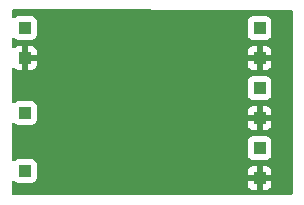
<source format=gbr>
%TF.GenerationSoftware,KiCad,Pcbnew,(6.0.1)*%
%TF.CreationDate,2022-02-22T12:17:33-04:00*%
%TF.ProjectId,Retro Video Amp,52657472-6f20-4566-9964-656f20416d70,rev?*%
%TF.SameCoordinates,Original*%
%TF.FileFunction,Copper,L2,Bot*%
%TF.FilePolarity,Positive*%
%FSLAX46Y46*%
G04 Gerber Fmt 4.6, Leading zero omitted, Abs format (unit mm)*
G04 Created by KiCad (PCBNEW (6.0.1)) date 2022-02-22 12:17:33*
%MOMM*%
%LPD*%
G01*
G04 APERTURE LIST*
%TA.AperFunction,ComponentPad*%
%ADD10R,1.000000X1.000000*%
%TD*%
%TA.AperFunction,ViaPad*%
%ADD11C,0.800000*%
%TD*%
G04 APERTURE END LIST*
D10*
%TO.P,,1*%
%TO.N,GND*%
X24045000Y-19630000D03*
%TD*%
%TO.P,,1*%
%TO.N,Net-(R1-Pad2)*%
X43920000Y-17090000D03*
%TD*%
%TO.P,,1*%
%TO.N,unconnected-(C3-Pad1)*%
X24045000Y-24300000D03*
%TD*%
%TO.P,,1*%
%TO.N,GND*%
X43920000Y-29790000D03*
%TD*%
%TO.P,,1*%
%TO.N,Net-(R3-Pad1)*%
X43920000Y-27250000D03*
%TD*%
%TO.P,,1*%
%TO.N,GND*%
X43920000Y-19630000D03*
%TD*%
%TO.P,,1*%
%TO.N,VCC*%
X24045000Y-17090000D03*
%TD*%
%TO.P,,1*%
%TO.N,GND*%
X43920000Y-24710000D03*
%TD*%
%TO.P,,1*%
%TO.N,unconnected-(C4-Pad1)*%
X24045000Y-29210000D03*
%TD*%
%TO.P,,1*%
%TO.N,Net-(R2-Pad2)*%
X43920000Y-22170000D03*
%TD*%
D11*
%TO.N,GND*%
X38100000Y-29210000D03*
X34969640Y-20279640D03*
X38100000Y-25400000D03*
X38100000Y-20320000D03*
X29210000Y-27940000D03*
X27940000Y-25400000D03*
%TD*%
%TA.AperFunction,Conductor*%
%TO.N,GND*%
G36*
X46586153Y-15527233D02*
G01*
X46654249Y-15547318D01*
X46700677Y-15601030D01*
X46712000Y-15653233D01*
X46712000Y-31106766D01*
X46691998Y-31174887D01*
X46638342Y-31221380D01*
X46586153Y-31232766D01*
X23084153Y-31261232D01*
X23016008Y-31241312D01*
X22969450Y-31187713D01*
X22958000Y-31135232D01*
X22958000Y-30334669D01*
X42912001Y-30334669D01*
X42912371Y-30341490D01*
X42917895Y-30392352D01*
X42921521Y-30407604D01*
X42966676Y-30528054D01*
X42975214Y-30543649D01*
X43051715Y-30645724D01*
X43064276Y-30658285D01*
X43166351Y-30734786D01*
X43181946Y-30743324D01*
X43302394Y-30788478D01*
X43317649Y-30792105D01*
X43368514Y-30797631D01*
X43375328Y-30798000D01*
X43647885Y-30798000D01*
X43663124Y-30793525D01*
X43664329Y-30792135D01*
X43666000Y-30784452D01*
X43666000Y-30779884D01*
X44174000Y-30779884D01*
X44178475Y-30795123D01*
X44179865Y-30796328D01*
X44187548Y-30797999D01*
X44464669Y-30797999D01*
X44471490Y-30797629D01*
X44522352Y-30792105D01*
X44537604Y-30788479D01*
X44658054Y-30743324D01*
X44673649Y-30734786D01*
X44775724Y-30658285D01*
X44788285Y-30645724D01*
X44864786Y-30543649D01*
X44873324Y-30528054D01*
X44918478Y-30407606D01*
X44922105Y-30392351D01*
X44927631Y-30341486D01*
X44928000Y-30334672D01*
X44928000Y-30062115D01*
X44923525Y-30046876D01*
X44922135Y-30045671D01*
X44914452Y-30044000D01*
X44192115Y-30044000D01*
X44176876Y-30048475D01*
X44175671Y-30049865D01*
X44174000Y-30057548D01*
X44174000Y-30779884D01*
X43666000Y-30779884D01*
X43666000Y-30062115D01*
X43661525Y-30046876D01*
X43660135Y-30045671D01*
X43652452Y-30044000D01*
X42930116Y-30044000D01*
X42914877Y-30048475D01*
X42913672Y-30049865D01*
X42912001Y-30057548D01*
X42912001Y-30334669D01*
X22958000Y-30334669D01*
X22958000Y-30151913D01*
X22978002Y-30083792D01*
X23031658Y-30037299D01*
X23101932Y-30027195D01*
X23166512Y-30056689D01*
X23173095Y-30062818D01*
X23176358Y-30066081D01*
X23181739Y-30073261D01*
X23298295Y-30160615D01*
X23434684Y-30211745D01*
X23496866Y-30218500D01*
X24593134Y-30218500D01*
X24655316Y-30211745D01*
X24791705Y-30160615D01*
X24908261Y-30073261D01*
X24995615Y-29956705D01*
X25046745Y-29820316D01*
X25053500Y-29758134D01*
X25053500Y-29517885D01*
X42912000Y-29517885D01*
X42916475Y-29533124D01*
X42917865Y-29534329D01*
X42925548Y-29536000D01*
X43647885Y-29536000D01*
X43663124Y-29531525D01*
X43664329Y-29530135D01*
X43666000Y-29522452D01*
X43666000Y-29517885D01*
X44174000Y-29517885D01*
X44178475Y-29533124D01*
X44179865Y-29534329D01*
X44187548Y-29536000D01*
X44909884Y-29536000D01*
X44925123Y-29531525D01*
X44926328Y-29530135D01*
X44927999Y-29522452D01*
X44927999Y-29245331D01*
X44927629Y-29238510D01*
X44922105Y-29187648D01*
X44918479Y-29172396D01*
X44873324Y-29051946D01*
X44864786Y-29036351D01*
X44788285Y-28934276D01*
X44775724Y-28921715D01*
X44673649Y-28845214D01*
X44658054Y-28836676D01*
X44537606Y-28791522D01*
X44522351Y-28787895D01*
X44471486Y-28782369D01*
X44464672Y-28782000D01*
X44192115Y-28782000D01*
X44176876Y-28786475D01*
X44175671Y-28787865D01*
X44174000Y-28795548D01*
X44174000Y-29517885D01*
X43666000Y-29517885D01*
X43666000Y-28800116D01*
X43661525Y-28784877D01*
X43660135Y-28783672D01*
X43652452Y-28782001D01*
X43375331Y-28782001D01*
X43368510Y-28782371D01*
X43317648Y-28787895D01*
X43302396Y-28791521D01*
X43181946Y-28836676D01*
X43166351Y-28845214D01*
X43064276Y-28921715D01*
X43051715Y-28934276D01*
X42975214Y-29036351D01*
X42966676Y-29051946D01*
X42921522Y-29172394D01*
X42917895Y-29187649D01*
X42912369Y-29238514D01*
X42912000Y-29245328D01*
X42912000Y-29517885D01*
X25053500Y-29517885D01*
X25053500Y-28661866D01*
X25046745Y-28599684D01*
X24995615Y-28463295D01*
X24908261Y-28346739D01*
X24791705Y-28259385D01*
X24655316Y-28208255D01*
X24593134Y-28201500D01*
X23496866Y-28201500D01*
X23434684Y-28208255D01*
X23298295Y-28259385D01*
X23181739Y-28346739D01*
X23176358Y-28353919D01*
X23173095Y-28357182D01*
X23110783Y-28391208D01*
X23039968Y-28386143D01*
X22983132Y-28343596D01*
X22958321Y-28277076D01*
X22958000Y-28268087D01*
X22958000Y-27798134D01*
X42911500Y-27798134D01*
X42918255Y-27860316D01*
X42969385Y-27996705D01*
X43056739Y-28113261D01*
X43173295Y-28200615D01*
X43309684Y-28251745D01*
X43371866Y-28258500D01*
X44468134Y-28258500D01*
X44530316Y-28251745D01*
X44666705Y-28200615D01*
X44783261Y-28113261D01*
X44870615Y-27996705D01*
X44921745Y-27860316D01*
X44928500Y-27798134D01*
X44928500Y-26701866D01*
X44921745Y-26639684D01*
X44870615Y-26503295D01*
X44783261Y-26386739D01*
X44666705Y-26299385D01*
X44530316Y-26248255D01*
X44468134Y-26241500D01*
X43371866Y-26241500D01*
X43309684Y-26248255D01*
X43173295Y-26299385D01*
X43056739Y-26386739D01*
X42969385Y-26503295D01*
X42918255Y-26639684D01*
X42911500Y-26701866D01*
X42911500Y-27798134D01*
X22958000Y-27798134D01*
X22958000Y-25241913D01*
X22978002Y-25173792D01*
X23031658Y-25127299D01*
X23101932Y-25117195D01*
X23166512Y-25146689D01*
X23173095Y-25152818D01*
X23176358Y-25156081D01*
X23181739Y-25163261D01*
X23298295Y-25250615D01*
X23434684Y-25301745D01*
X23496866Y-25308500D01*
X24593134Y-25308500D01*
X24655316Y-25301745D01*
X24780891Y-25254669D01*
X42912001Y-25254669D01*
X42912371Y-25261490D01*
X42917895Y-25312352D01*
X42921521Y-25327604D01*
X42966676Y-25448054D01*
X42975214Y-25463649D01*
X43051715Y-25565724D01*
X43064276Y-25578285D01*
X43166351Y-25654786D01*
X43181946Y-25663324D01*
X43302394Y-25708478D01*
X43317649Y-25712105D01*
X43368514Y-25717631D01*
X43375328Y-25718000D01*
X43647885Y-25718000D01*
X43663124Y-25713525D01*
X43664329Y-25712135D01*
X43666000Y-25704452D01*
X43666000Y-25699884D01*
X44174000Y-25699884D01*
X44178475Y-25715123D01*
X44179865Y-25716328D01*
X44187548Y-25717999D01*
X44464669Y-25717999D01*
X44471490Y-25717629D01*
X44522352Y-25712105D01*
X44537604Y-25708479D01*
X44658054Y-25663324D01*
X44673649Y-25654786D01*
X44775724Y-25578285D01*
X44788285Y-25565724D01*
X44864786Y-25463649D01*
X44873324Y-25448054D01*
X44918478Y-25327606D01*
X44922105Y-25312351D01*
X44927631Y-25261486D01*
X44928000Y-25254672D01*
X44928000Y-24982115D01*
X44923525Y-24966876D01*
X44922135Y-24965671D01*
X44914452Y-24964000D01*
X44192115Y-24964000D01*
X44176876Y-24968475D01*
X44175671Y-24969865D01*
X44174000Y-24977548D01*
X44174000Y-25699884D01*
X43666000Y-25699884D01*
X43666000Y-24982115D01*
X43661525Y-24966876D01*
X43660135Y-24965671D01*
X43652452Y-24964000D01*
X42930116Y-24964000D01*
X42914877Y-24968475D01*
X42913672Y-24969865D01*
X42912001Y-24977548D01*
X42912001Y-25254669D01*
X24780891Y-25254669D01*
X24791705Y-25250615D01*
X24908261Y-25163261D01*
X24995615Y-25046705D01*
X25046745Y-24910316D01*
X25053500Y-24848134D01*
X25053500Y-24437885D01*
X42912000Y-24437885D01*
X42916475Y-24453124D01*
X42917865Y-24454329D01*
X42925548Y-24456000D01*
X43647885Y-24456000D01*
X43663124Y-24451525D01*
X43664329Y-24450135D01*
X43666000Y-24442452D01*
X43666000Y-24437885D01*
X44174000Y-24437885D01*
X44178475Y-24453124D01*
X44179865Y-24454329D01*
X44187548Y-24456000D01*
X44909884Y-24456000D01*
X44925123Y-24451525D01*
X44926328Y-24450135D01*
X44927999Y-24442452D01*
X44927999Y-24165331D01*
X44927629Y-24158510D01*
X44922105Y-24107648D01*
X44918479Y-24092396D01*
X44873324Y-23971946D01*
X44864786Y-23956351D01*
X44788285Y-23854276D01*
X44775724Y-23841715D01*
X44673649Y-23765214D01*
X44658054Y-23756676D01*
X44537606Y-23711522D01*
X44522351Y-23707895D01*
X44471486Y-23702369D01*
X44464672Y-23702000D01*
X44192115Y-23702000D01*
X44176876Y-23706475D01*
X44175671Y-23707865D01*
X44174000Y-23715548D01*
X44174000Y-24437885D01*
X43666000Y-24437885D01*
X43666000Y-23720116D01*
X43661525Y-23704877D01*
X43660135Y-23703672D01*
X43652452Y-23702001D01*
X43375331Y-23702001D01*
X43368510Y-23702371D01*
X43317648Y-23707895D01*
X43302396Y-23711521D01*
X43181946Y-23756676D01*
X43166351Y-23765214D01*
X43064276Y-23841715D01*
X43051715Y-23854276D01*
X42975214Y-23956351D01*
X42966676Y-23971946D01*
X42921522Y-24092394D01*
X42917895Y-24107649D01*
X42912369Y-24158514D01*
X42912000Y-24165328D01*
X42912000Y-24437885D01*
X25053500Y-24437885D01*
X25053500Y-23751866D01*
X25046745Y-23689684D01*
X24995615Y-23553295D01*
X24908261Y-23436739D01*
X24791705Y-23349385D01*
X24655316Y-23298255D01*
X24593134Y-23291500D01*
X23496866Y-23291500D01*
X23434684Y-23298255D01*
X23298295Y-23349385D01*
X23181739Y-23436739D01*
X23176358Y-23443919D01*
X23173095Y-23447182D01*
X23110783Y-23481208D01*
X23039968Y-23476143D01*
X22983132Y-23433596D01*
X22958321Y-23367076D01*
X22958000Y-23358087D01*
X22958000Y-22718134D01*
X42911500Y-22718134D01*
X42918255Y-22780316D01*
X42969385Y-22916705D01*
X43056739Y-23033261D01*
X43173295Y-23120615D01*
X43309684Y-23171745D01*
X43371866Y-23178500D01*
X44468134Y-23178500D01*
X44530316Y-23171745D01*
X44666705Y-23120615D01*
X44783261Y-23033261D01*
X44870615Y-22916705D01*
X44921745Y-22780316D01*
X44928500Y-22718134D01*
X44928500Y-21621866D01*
X44921745Y-21559684D01*
X44870615Y-21423295D01*
X44783261Y-21306739D01*
X44666705Y-21219385D01*
X44530316Y-21168255D01*
X44468134Y-21161500D01*
X43371866Y-21161500D01*
X43309684Y-21168255D01*
X43173295Y-21219385D01*
X43056739Y-21306739D01*
X42969385Y-21423295D01*
X42918255Y-21559684D01*
X42911500Y-21621866D01*
X42911500Y-22718134D01*
X22958000Y-22718134D01*
X22958000Y-20571199D01*
X22978002Y-20503078D01*
X23031658Y-20456585D01*
X23101932Y-20446481D01*
X23166512Y-20475975D01*
X23173095Y-20482104D01*
X23189276Y-20498285D01*
X23291351Y-20574786D01*
X23306946Y-20583324D01*
X23427394Y-20628478D01*
X23442649Y-20632105D01*
X23493514Y-20637631D01*
X23500328Y-20638000D01*
X23772885Y-20638000D01*
X23788124Y-20633525D01*
X23789329Y-20632135D01*
X23791000Y-20624452D01*
X23791000Y-20619884D01*
X24299000Y-20619884D01*
X24303475Y-20635123D01*
X24304865Y-20636328D01*
X24312548Y-20637999D01*
X24589669Y-20637999D01*
X24596490Y-20637629D01*
X24647352Y-20632105D01*
X24662604Y-20628479D01*
X24783054Y-20583324D01*
X24798649Y-20574786D01*
X24900724Y-20498285D01*
X24913285Y-20485724D01*
X24989786Y-20383649D01*
X24998324Y-20368054D01*
X25043478Y-20247606D01*
X25047105Y-20232351D01*
X25052631Y-20181486D01*
X25053000Y-20174672D01*
X25053000Y-20174669D01*
X42912001Y-20174669D01*
X42912371Y-20181490D01*
X42917895Y-20232352D01*
X42921521Y-20247604D01*
X42966676Y-20368054D01*
X42975214Y-20383649D01*
X43051715Y-20485724D01*
X43064276Y-20498285D01*
X43166351Y-20574786D01*
X43181946Y-20583324D01*
X43302394Y-20628478D01*
X43317649Y-20632105D01*
X43368514Y-20637631D01*
X43375328Y-20638000D01*
X43647885Y-20638000D01*
X43663124Y-20633525D01*
X43664329Y-20632135D01*
X43666000Y-20624452D01*
X43666000Y-20619884D01*
X44174000Y-20619884D01*
X44178475Y-20635123D01*
X44179865Y-20636328D01*
X44187548Y-20637999D01*
X44464669Y-20637999D01*
X44471490Y-20637629D01*
X44522352Y-20632105D01*
X44537604Y-20628479D01*
X44658054Y-20583324D01*
X44673649Y-20574786D01*
X44775724Y-20498285D01*
X44788285Y-20485724D01*
X44864786Y-20383649D01*
X44873324Y-20368054D01*
X44918478Y-20247606D01*
X44922105Y-20232351D01*
X44927631Y-20181486D01*
X44928000Y-20174672D01*
X44928000Y-19902115D01*
X44923525Y-19886876D01*
X44922135Y-19885671D01*
X44914452Y-19884000D01*
X44192115Y-19884000D01*
X44176876Y-19888475D01*
X44175671Y-19889865D01*
X44174000Y-19897548D01*
X44174000Y-20619884D01*
X43666000Y-20619884D01*
X43666000Y-19902115D01*
X43661525Y-19886876D01*
X43660135Y-19885671D01*
X43652452Y-19884000D01*
X42930116Y-19884000D01*
X42914877Y-19888475D01*
X42913672Y-19889865D01*
X42912001Y-19897548D01*
X42912001Y-20174669D01*
X25053000Y-20174669D01*
X25053000Y-19902115D01*
X25048525Y-19886876D01*
X25047135Y-19885671D01*
X25039452Y-19884000D01*
X24317115Y-19884000D01*
X24301876Y-19888475D01*
X24300671Y-19889865D01*
X24299000Y-19897548D01*
X24299000Y-20619884D01*
X23791000Y-20619884D01*
X23791000Y-19357885D01*
X24299000Y-19357885D01*
X24303475Y-19373124D01*
X24304865Y-19374329D01*
X24312548Y-19376000D01*
X25034884Y-19376000D01*
X25050123Y-19371525D01*
X25051328Y-19370135D01*
X25052999Y-19362452D01*
X25052999Y-19357885D01*
X42912000Y-19357885D01*
X42916475Y-19373124D01*
X42917865Y-19374329D01*
X42925548Y-19376000D01*
X43647885Y-19376000D01*
X43663124Y-19371525D01*
X43664329Y-19370135D01*
X43666000Y-19362452D01*
X43666000Y-19357885D01*
X44174000Y-19357885D01*
X44178475Y-19373124D01*
X44179865Y-19374329D01*
X44187548Y-19376000D01*
X44909884Y-19376000D01*
X44925123Y-19371525D01*
X44926328Y-19370135D01*
X44927999Y-19362452D01*
X44927999Y-19085331D01*
X44927629Y-19078510D01*
X44922105Y-19027648D01*
X44918479Y-19012396D01*
X44873324Y-18891946D01*
X44864786Y-18876351D01*
X44788285Y-18774276D01*
X44775724Y-18761715D01*
X44673649Y-18685214D01*
X44658054Y-18676676D01*
X44537606Y-18631522D01*
X44522351Y-18627895D01*
X44471486Y-18622369D01*
X44464672Y-18622000D01*
X44192115Y-18622000D01*
X44176876Y-18626475D01*
X44175671Y-18627865D01*
X44174000Y-18635548D01*
X44174000Y-19357885D01*
X43666000Y-19357885D01*
X43666000Y-18640116D01*
X43661525Y-18624877D01*
X43660135Y-18623672D01*
X43652452Y-18622001D01*
X43375331Y-18622001D01*
X43368510Y-18622371D01*
X43317648Y-18627895D01*
X43302396Y-18631521D01*
X43181946Y-18676676D01*
X43166351Y-18685214D01*
X43064276Y-18761715D01*
X43051715Y-18774276D01*
X42975214Y-18876351D01*
X42966676Y-18891946D01*
X42921522Y-19012394D01*
X42917895Y-19027649D01*
X42912369Y-19078514D01*
X42912000Y-19085328D01*
X42912000Y-19357885D01*
X25052999Y-19357885D01*
X25052999Y-19085331D01*
X25052629Y-19078510D01*
X25047105Y-19027648D01*
X25043479Y-19012396D01*
X24998324Y-18891946D01*
X24989786Y-18876351D01*
X24913285Y-18774276D01*
X24900724Y-18761715D01*
X24798649Y-18685214D01*
X24783054Y-18676676D01*
X24662606Y-18631522D01*
X24647351Y-18627895D01*
X24596486Y-18622369D01*
X24589672Y-18622000D01*
X24317115Y-18622000D01*
X24301876Y-18626475D01*
X24300671Y-18627865D01*
X24299000Y-18635548D01*
X24299000Y-19357885D01*
X23791000Y-19357885D01*
X23791000Y-18640116D01*
X23786525Y-18624877D01*
X23785135Y-18623672D01*
X23777452Y-18622001D01*
X23500331Y-18622001D01*
X23493510Y-18622371D01*
X23442648Y-18627895D01*
X23427396Y-18631521D01*
X23306946Y-18676676D01*
X23291351Y-18685214D01*
X23189276Y-18761715D01*
X23173095Y-18777896D01*
X23110783Y-18811922D01*
X23039968Y-18806857D01*
X22983132Y-18764310D01*
X22958321Y-18697790D01*
X22958000Y-18688801D01*
X22958000Y-18031913D01*
X22978002Y-17963792D01*
X23031658Y-17917299D01*
X23101932Y-17907195D01*
X23166512Y-17936689D01*
X23173095Y-17942818D01*
X23176358Y-17946081D01*
X23181739Y-17953261D01*
X23298295Y-18040615D01*
X23434684Y-18091745D01*
X23496866Y-18098500D01*
X24593134Y-18098500D01*
X24655316Y-18091745D01*
X24791705Y-18040615D01*
X24908261Y-17953261D01*
X24995615Y-17836705D01*
X25046745Y-17700316D01*
X25053500Y-17638134D01*
X42911500Y-17638134D01*
X42918255Y-17700316D01*
X42969385Y-17836705D01*
X43056739Y-17953261D01*
X43173295Y-18040615D01*
X43309684Y-18091745D01*
X43371866Y-18098500D01*
X44468134Y-18098500D01*
X44530316Y-18091745D01*
X44666705Y-18040615D01*
X44783261Y-17953261D01*
X44870615Y-17836705D01*
X44921745Y-17700316D01*
X44928500Y-17638134D01*
X44928500Y-16541866D01*
X44921745Y-16479684D01*
X44870615Y-16343295D01*
X44783261Y-16226739D01*
X44666705Y-16139385D01*
X44530316Y-16088255D01*
X44468134Y-16081500D01*
X43371866Y-16081500D01*
X43309684Y-16088255D01*
X43173295Y-16139385D01*
X43056739Y-16226739D01*
X42969385Y-16343295D01*
X42918255Y-16479684D01*
X42911500Y-16541866D01*
X42911500Y-17638134D01*
X25053500Y-17638134D01*
X25053500Y-16541866D01*
X25046745Y-16479684D01*
X24995615Y-16343295D01*
X24908261Y-16226739D01*
X24791705Y-16139385D01*
X24655316Y-16088255D01*
X24593134Y-16081500D01*
X23496866Y-16081500D01*
X23434684Y-16088255D01*
X23298295Y-16139385D01*
X23181739Y-16226739D01*
X23176358Y-16233919D01*
X23173095Y-16237182D01*
X23110783Y-16271208D01*
X23039968Y-16266143D01*
X22983132Y-16223596D01*
X22958321Y-16157076D01*
X22958000Y-16148087D01*
X22958000Y-15624769D01*
X22978002Y-15556648D01*
X23031658Y-15510155D01*
X23084153Y-15498769D01*
X46586153Y-15527233D01*
G37*
%TD.AperFunction*%
%TD*%
M02*

</source>
